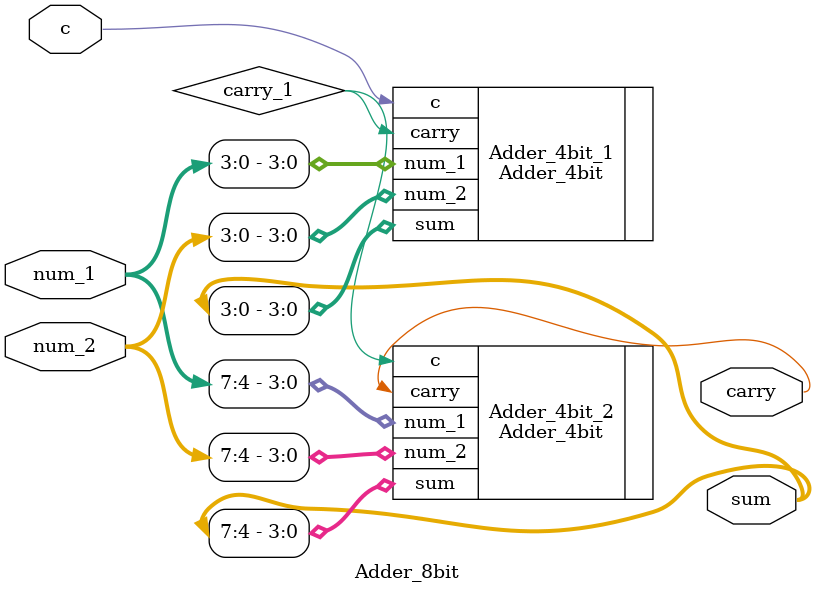
<source format=v>
`include "Adder_4bit.v"

module Adder_8bit(
    input wire [7:0] num_1,
    input wire [7:0] num_2,
    input wire c,              
    output wire [7:0] sum,     
    output wire carry          
);
	
    wire carry_1;

    Adder_4bit Adder_4bit_1(
        .num_1(num_1[3:0]),
        .num_2(num_2[3:0]),
        .c(c),
        .sum(sum[3:0]),
        .carry(carry_1)
    );

    Adder_4bit Adder_4bit_2(
        .num_1(num_1[7:4]),
        .num_2(num_2[7:4]),
        .c(carry_1),
        .sum(sum[7:4]),
        .carry(carry)
    );

endmodule


</source>
